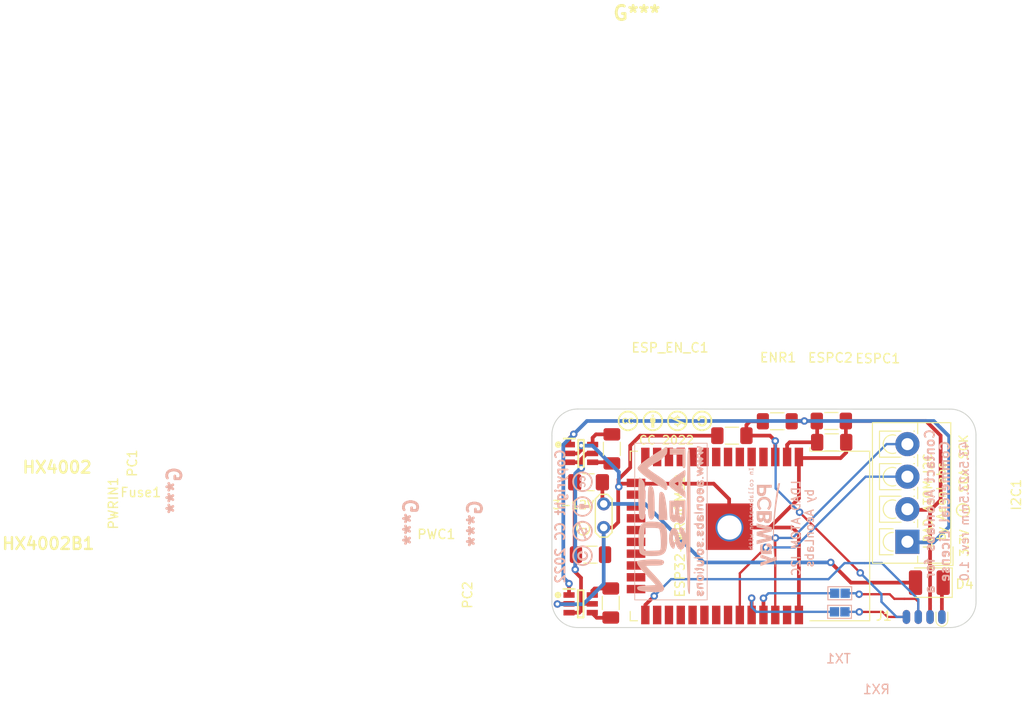
<source format=kicad_pcb>
(kicad_pcb (version 20211014) (generator pcbnew)
  (layers (0 "F.Cu" signal) (31 "B.Cu" signal) (34 "B.Paste" user) (35 "F.Paste" user) (36 "B.SilkS" user "B.Silkscreen") (37 "F.SilkS" user "F.Silkscreen") (38 "B.Mask" user) (39 "F.Mask" user) (44 "Edge.Cuts" user))
  (net 0 "")
  (net 1 "/3V3")
  (net 2 "/GND")
  (net 3 "Net-(D4-Pad1)")
  (net 8 "/RST_EN_RTS")
  (net 25 "/IO0_BOOT_DTR")
  (net 32 "/IO03RX")
  (net 33 "/IO01TX")
  (net 34 "/IO21_IMD")
  (net 36 "/5V0")
  (net 37 "/5V0F")
  (net 38 "Net-(HX4002-Pad4)")
  (net 39 "Net-(HX4002-Pad6)")
  (net 40 "Net-(HX4002B1-Pad4)")
  (net 41 "Net-(HX4002B1-Pad6)")
  (net 42 "/RX_IN")
  (net 43 "/TX_IN")
  (net 47 "/IO22_IMC")
  (footprint "Fuse:Fuse_1206_3216Metric_Pad1.42x1.75mm_HandSolder" (layer "F.Cu") (at 113.14 73.83)
    (fp_text reference "Fuse1" (at -48.1375 1.09) (layer "F.SilkS"))
    (fp_text value "Polyfuse")
    (pad "1" smd roundrect locked (at -1.4875 0) (size 1.425 1.75) (layers "F.Cu" "F.Paste" "F.Mask") (roundrect_rratio 0.175439) (net 36 "/5V0"))
    (pad "2" smd roundrect locked (at 1.4875 0) (size 1.425 1.75) (layers "F.Cu" "F.Paste" "F.Mask") (roundrect_rratio 0.175439) (net 37 "/5V0F"))
  )
  (footprint "Capacitor_SMD:C_1206_3216Metric_Pad1.33x1.80mm_HandSolder" (layer "F.Cu") (at 139.28 69.53)
    (fp_text reference "ESPC1" (at 4.96 -9.01) (layer "F.SilkS"))
    (fp_text value "0.1uF")
    (pad "1" smd roundrect locked (at -1.5625 0) (size 1.325 1.8) (layers "F.Cu" "F.Paste" "F.Mask") (roundrect_rratio 0.188679) (net 1 "/3V3"))
    (pad "2" smd roundrect locked (at 1.5625 0) (size 1.325 1.8) (layers "F.Cu" "F.Paste" "F.Mask") (roundrect_rratio 0.188679) (net 2 "/GND"))
  )
  (footprint "Capacitor_SMD:C_1206_3216Metric_Pad1.33x1.80mm_HandSolder" (layer "F.Cu") (at 115.6475 70.24 -90)
    (fp_text reference "PC1" (at 1.54 51.5575 90) (layer "F.SilkS"))
    (fp_text value "0.1pF")
    (pad "1" smd roundrect locked (at -1.5625 0 270) (size 1.325 1.8) (layers "F.Cu" "F.Paste" "F.Mask") (roundrect_rratio 0.188679) (net 39 "Net-(HX4002-Pad6)"))
    (pad "2" smd roundrect locked (at 1.5625 0 270) (size 1.325 1.8) (layers "F.Cu" "F.Paste" "F.Mask") (roundrect_rratio 0.188679) (net 38 "Net-(HX4002-Pad4)"))
  )
  (footprint "Diode_SMD:D_1210_3225Metric_Pad1.42x2.65mm_HandSolder" (layer "F.Cu") (at 149.7775 84.63 180)
    (fp_text reference "D4" (at -3.79 -0.16) (layer "F.SilkS"))
    (fp_text value "SCHOTSKY")
    (pad "1" smd roundrect locked (at -1.4875 0 180) (size 1.425 2.65) (layers "F.Cu" "F.Paste" "F.Mask") (roundrect_rratio 0.175439) (net 3 "Net-(D4-Pad1)"))
    (pad "2" smd roundrect locked (at 1.4875 0 180) (size 1.425 2.65) (layers "F.Cu" "F.Paste" "F.Mask") (roundrect_rratio 0.175439) (net 37 "/5V0F"))
  )
  (footprint "Capacitor_SMD:C_1206_3216Metric_Pad1.33x1.80mm_HandSolder" (layer "F.Cu") (at 115.53 86.82 -90)
    (fp_text reference "PC2" (at -0.86 15.4 90) (layer "F.SilkS"))
    (fp_text value "0.1pF")
    (pad "1" smd roundrect locked (at -1.5625 0 270) (size 1.325 1.8) (layers "F.Cu" "F.Paste" "F.Mask") (roundrect_rratio 0.188679) (net 41 "Net-(HX4002B1-Pad6)"))
    (pad "2" smd roundrect locked (at 1.5625 0 270) (size 1.325 1.8) (layers "F.Cu" "F.Paste" "F.Mask") (roundrect_rratio 0.188679) (net 40 "Net-(HX4002B1-Pad4)"))
  )
  (footprint "AeonLabs:HX4002 SOT95 P280X125-6N" (layer "F.Cu") (at 112.2525 86.93)
    (fp_text reference "HX4002B1" (at -57.2 -6.5) (layer "F.SilkS") (effects (font (size 1.27 1.27) (thickness 0.254))))
    (fp_text value "HX4002" hide)
    (pad "1" smd rect (at -1.21 -0.97 90) (size 0.6 1.2) (layers "F.Cu" "F.Paste" "F.Mask") (net 1 "/3V3"))
    (pad "2" smd rect (at -1.21 -0.02 90) (size 0.6 1.2) (layers "F.Cu" "F.Paste" "F.Mask") (net 2 "/GND"))
    (pad "3" smd rect (at -1.21 0.93 90) (size 0.6 1.2) (layers "F.Cu" "F.Paste" "F.Mask") (net 36 "/5V0"))
    (pad "4" smd rect (at 1.29 0.93 90) (size 0.6 1.2) (layers "F.Cu" "F.Paste" "F.Mask") (net 40 "Net-(HX4002B1-Pad4)"))
    (pad "5" smd rect (at 1.29 -0.02 90) (size 0.6 1.2) (layers "F.Cu" "F.Paste" "F.Mask") (net 36 "/5V0"))
    (pad "6" smd rect (at 1.29 -0.97 90) (size 0.6 1.2) (layers "F.Cu" "F.Paste" "F.Mask") (net 41 "Net-(HX4002B1-Pad6)"))
  )
  (footprint "Capacitor_SMD:C_1206_3216Metric_Pad1.33x1.80mm_HandSolder" (layer "F.Cu") (at 139.24 67.24)
    (fp_text reference "ESPC2" (at -0.1 -6.8) (layer "F.SilkS"))
    (fp_text value "22uF")
    (pad "1" smd roundrect locked (at -1.5625 0) (size 1.325 1.8) (layers "F.Cu" "F.Paste" "F.Mask") (roundrect_rratio 0.188679) (net 1 "/3V3"))
    (pad "2" smd roundrect locked (at 1.5625 0) (size 1.325 1.8) (layers "F.Cu" "F.Paste" "F.Mask") (roundrect_rratio 0.188679) (net 2 "/GND"))
  )
  (footprint "Capacitor_SMD:C_1206_3216Metric_Pad1.33x1.80mm_HandSolder" (layer "F.Cu") (at 113.35 81.62)
    (fp_text reference "PWC1" (at -16.57 -2.19) (layer "F.SilkS"))
    (fp_text value "0.1pF")
    (pad "1" smd roundrect locked (at -1.5625 0) (size 1.325 1.8) (layers "F.Cu" "F.Paste" "F.Mask") (roundrect_rratio 0.188679) (net 36 "/5V0"))
    (pad "2" smd roundrect locked (at 1.5625 0) (size 1.325 1.8) (layers "F.Cu" "F.Paste" "F.Mask") (roundrect_rratio 0.188679) (net 2 "/GND"))
  )
  (footprint "AeonLabs:aeon creative commons logos" (layer "F.Cu") (at 121.3498 67.178532)
    (fp_text reference "G***" (at -3.02 -43.81) (layer "F.SilkS") (effects (font (size 1.524 1.524) (thickness 0.3))))
    (fp_text value "LOGO" hide)
  )
  (footprint "AeonLabs:HX4002 SOT95 P280X125-6N" (layer "F.Cu") (at 112.29 70.75)
    (fp_text reference "HX4002" (at -56.28 1.47) (layer "F.SilkS") (effects (font (size 1.27 1.27) (thickness 0.254))))
    (fp_text value "HX4002" hide)
    (pad "1" smd rect (at -1.21 -0.97 90) (size 0.6 1.2) (layers "F.Cu" "F.Paste" "F.Mask") (net 1 "/3V3"))
    (pad "2" smd rect (at -1.21 -0.02 90) (size 0.6 1.2) (layers "F.Cu" "F.Paste" "F.Mask") (net 2 "/GND"))
    (pad "3" smd rect (at -1.21 0.93 90) (size 0.6 1.2) (layers "F.Cu" "F.Paste" "F.Mask") (net 36 "/5V0"))
    (pad "4" smd rect (at 1.29 0.93 90) (size 0.6 1.2) (layers "F.Cu" "F.Paste" "F.Mask") (net 38 "Net-(HX4002-Pad4)"))
    (pad "5" smd rect (at 1.29 -0.02 90) (size 0.6 1.2) (layers "F.Cu" "F.Paste" "F.Mask") (net 36 "/5V0"))
    (pad "6" smd rect (at 1.29 -0.97 90) (size 0.6 1.2) (layers "F.Cu" "F.Paste" "F.Mask") (net 39 "Net-(HX4002-Pad6)"))
  )
  (footprint "RF_Module:ESP32-WROOM-32" (layer "F.Cu") (at 127.5 79.61 -90)
    (fp_text reference "ESP32-WROOM32" (at -0.03 4.53 90) (layer "F.SilkS"))
    (fp_text value "ESP32-WROOM-32")
    (pad "1" smd rect locked (at -8.5 -8.255 270) (size 2 0.9) (layers "F.Cu" "F.Paste" "F.Mask") (net 2 "/GND"))
    (pad "2" smd rect locked (at -8.5 -6.985 270) (size 2 0.9) (layers "F.Cu" "F.Paste" "F.Mask") (net 1 "/3V3"))
    (pad "3" smd rect locked (at -8.5 -5.715 270) (size 2 0.9) (layers "F.Cu" "F.Paste" "F.Mask") (net 8 "/RST_EN_RTS"))
    (pad "4" smd rect locked (at -8.5 -4.445 270) (size 2 0.9) (layers "F.Cu" "F.Paste" "F.Mask"))
    (pad "5" smd rect locked (at -8.5 -3.175 270) (size 2 0.9) (layers "F.Cu" "F.Paste" "F.Mask"))
    (pad "6" smd rect locked (at -8.5 -1.905 270) (size 2 0.9) (layers "F.Cu" "F.Paste" "F.Mask"))
    (pad "7" smd rect locked (at -8.5 -0.635 270) (size 2 0.9) (layers "F.Cu" "F.Paste" "F.Mask"))
    (pad "8" smd rect locked (at -8.5 0.635 270) (size 2 0.9) (layers "F.Cu" "F.Paste" "F.Mask"))
    (pad "9" smd rect locked (at -8.5 1.905 270) (size 2 0.9) (layers "F.Cu" "F.Paste" "F.Mask"))
    (pad "10" smd rect locked (at -8.5 3.175 270) (size 2 0.9) (layers "F.Cu" "F.Paste" "F.Mask"))
    (pad "11" smd rect locked (at -8.5 4.445 270) (size 2 0.9) (layers "F.Cu" "F.Paste" "F.Mask"))
    (pad "12" smd rect locked (at -8.5 5.715 270) (size 2 0.9) (layers "F.Cu" "F.Paste" "F.Mask"))
    (pad "13" smd rect locked (at -8.5 6.985 270) (size 2 0.9) (layers "F.Cu" "F.Paste" "F.Mask"))
    (pad "14" smd rect locked (at -8.5 8.255 270) (size 2 0.9) (layers "F.Cu" "F.Paste" "F.Mask"))
    (pad "15" smd rect locked (at -5.715 9.255) (size 2 0.9) (layers "F.Cu" "F.Paste" "F.Mask") (net 2 "/GND"))
    (pad "16" smd rect locked (at -4.445 9.255) (size 2 0.9) (layers "F.Cu" "F.Paste" "F.Mask"))
    (pad "17" smd rect locked (at -3.175 9.255) (size 2 0.9) (layers "F.Cu" "F.Paste" "F.Mask"))
    (pad "18" smd rect locked (at -1.905 9.255) (size 2 0.9) (layers "F.Cu" "F.Paste" "F.Mask"))
    (pad "19" smd rect locked (at -0.635 9.255) (size 2 0.9) (layers "F.Cu" "F.Paste" "F.Mask"))
    (pad "20" smd rect locked (at 0.635 9.255) (size 2 0.9) (layers "F.Cu" "F.Paste" "F.Mask"))
    (pad "21" smd rect locked (at 1.905 9.255) (size 2 0.9) (layers "F.Cu" "F.Paste" "F.Mask"))
    (pad "22" smd rect locked (at 3.175 9.255) (size 2 0.9) (layers "F.Cu" "F.Paste" "F.Mask"))
    (pad "23" smd rect locked (at 4.445 9.255) (size 2 0.9) (layers "F.Cu" "F.Paste" "F.Mask"))
    (pad "24" smd rect locked (at 5.715 9.255) (size 2 0.9) (layers "F.Cu" "F.Paste" "F.Mask"))
    (pad "25" smd rect locked (at 8.5 8.255 270) (size 2 0.9) (layers "F.Cu" "F.Paste" "F.Mask") (net 25 "/IO0_BOOT_DTR"))
    (pad "26" smd rect locked (at 8.5 6.985 270) (size 2 0.9) (layers "F.Cu" "F.Paste" "F.Mask"))
    (pad "27" smd rect locked (at 8.5 5.715 270) (size 2 0.9) (layers "F.Cu" "F.Paste" "F.Mask"))
    (pad "28" smd rect locked (at 8.5 4.445 270) (size 2 0.9) (layers "F.Cu" "F.Paste" "F.Mask"))
    (pad "29" smd rect locked (at 8.5 3.175 270) (size 2 0.9) (layers "F.Cu" "F.Paste" "F.Mask"))
    (pad "30" smd rect locked (at 8.5 1.905 270) (size 2 0.9) (layers "F.Cu" "F.Paste" "F.Mask"))
    (pad "31" smd rect locked (at 8.5 0.635 270) (size 2 0.9) (layers "F.Cu" "F.Paste" "F.Mask"))
    (pad "32" smd rect locked (at 8.5 -0.635 270) (size 2 0.9) (layers "F.Cu" "F.Paste" "F.Mask"))
    (pad "33" smd rect locked (at 8.5 -1.905 270) (size 2 0.9) (layers "F.Cu" "F.Paste" "F.Mask") (net 34 "/IO21_IMD"))
    (pad "34" smd rect locked (at 8.5 -3.175 270) (size 2 0.9) (layers "F.Cu" "F.Paste" "F.Mask") (net 32 "/IO03RX"))
    (pad "35" smd rect locked (at 8.5 -4.445 270) (size 2 0.9) (layers "F.Cu" "F.Paste" "F.Mask") (net 33 "/IO01TX"))
    (pad "36" smd rect locked (at 8.5 -5.715 270) (size 2 0.9) (layers "F.Cu" "F.Paste" "F.Mask") (net 47 "/IO22_IMC"))
    (pad "37" smd rect locked (at 8.5 -6.985 270) (size 2 0.9) (layers "F.Cu" "F.Paste" "F.Mask"))
    (pad "38" smd rect locked (at 8.5 -8.255 270) (size 2 0.9) (layers "F.Cu" "F.Paste" "F.Mask") (net 2 "/GND"))
    (pad "39" smd rect locked (at -1 -0.755 270) (size 5 5) (layers "F.Cu" "F.Paste" "F.Mask") (net 2 "/GND"))
  )
  (footprint "TestPoint:TestPoint_2Pads_Pitch2.54mm_Drill0.8mm" (layer "F.Cu") (at 114.77 78.7 90)
    (fp_text reference "PWRIN1" (at 2.6 -52.7175 90) (layer "F.SilkS"))
    (fp_text value "PWRIN")
    (pad "1" thru_hole circle locked (at 0 0 90) (size 1.4 1.4) (drill 0.8) (layers *.Cu *.Mask) (net 2 "/GND"))
    (pad "2" thru_hole circle locked (at 2.54 0 90) (size 1.4 1.4) (drill 0.8) (layers *.Cu *.Mask) (net 37 "/5V0F"))
  )
  (footprint "TerminalBlock_4Ucon:TerminalBlock_4Ucon_1x04_P3.50mm_Vertical" (layer "F.Cu") (at 147.42 80.23 90)
    (fp_text reference "I2C1" (at 5.05 11.7 90) (layer "F.SilkS"))
    (fp_text value "I2C")
    (pad "1" thru_hole rect locked (at 0 0 90) (size 2.6 2.6) (drill 1.3) (layers *.Cu *.Mask) (net 1 "/3V3"))
    (pad "2" thru_hole circle locked (at 3.5 0 90) (size 2.6 2.6) (drill 1.3) (layers *.Cu *.Mask) (net 2 "/GND"))
    (pad "3" thru_hole circle locked (at 7 0 90) (size 2.6 2.6) (drill 1.3) (layers *.Cu *.Mask) (net 34 "/IO21_IMD"))
    (pad "4" thru_hole circle locked (at 10.5 0 90) (size 2.6 2.6) (drill 1.3) (layers *.Cu *.Mask) (net 47 "/IO22_IMC"))
  )
  (footprint "Connector:SOIC_clipProgSmall" (layer "F.Cu") (at 149.22 89.0695)
    (fp_text reference "J1" (at -4.33 -0.8595) (layer "F.SilkS"))
    (fp_text value "Conn_01x08_Male")
    (pad "" np_thru_hole circle (at 1.27 -1.905) (size 0.7 0.7) (drill 0.7) (layers *.Cu *.Mask))
    (pad "" np_thru_hole circle (at -2.54 -1.905) (size 0.7 0.7) (drill 0.7) (layers *.Cu *.Mask))
    (pad "" np_thru_hole circle (at 2.54 -1.905) (size 0.7 0.7) (drill 0.7) (layers *.Cu *.Mask))
    (pad "" np_thru_hole circle (at -1.27 -1.905) (size 0.7 0.7) (drill 0.7) (layers *.Cu *.Mask))
    (pad "" np_thru_hole circle (at 0 -1.905) (size 0.7 0.7) (drill 0.7) (layers *.Cu *.Mask))
    (pad "1" smd oval (at 1.905 -0.75) (size 0.8 1.5) (layers "F.Cu" "F.Mask") (net 3 "Net-(D4-Pad1)"))
    (pad "2" smd oval (at 0.635 -0.75) (size 0.8 1.5) (layers "F.Cu" "F.Mask") (net 2 "/GND"))
    (pad "3" smd oval (at -0.635 -0.75) (size 0.8 1.5) (layers "F.Cu" "F.Mask") (net 42 "/RX_IN"))
    (pad "4" smd oval (at -1.905 -0.75) (size 0.8 1.5) (layers "F.Cu" "F.Mask") (net 43 "/TX_IN"))
    (pad "5" smd oval (at -1.905 -0.75) (size 0.8 1.5) (layers "B.Cu" "B.Mask") (net 8 "/RST_EN_RTS"))
    (pad "6" smd oval (at -0.635 -0.75) (size 0.8 1.5) (layers "B.Cu" "B.Mask") (net 25 "/IO0_BOOT_DTR"))
    (pad "7" smd oval (at 0.635 -0.75) (size 0.8 1.5) (layers "B.Cu" "B.Mask"))
    (pad "8" smd oval (at 1.905 -0.75) (size 0.8 1.5) (layers "B.Cu" "B.Mask"))
  )
  (footprint "Capacitor_SMD:C_1206_3216Metric_Pad1.33x1.80mm_HandSolder" (layer "F.Cu") (at 128.55 68.82)
    (fp_text reference "ESP_EN_C1" (at -6.65 -9.46) (layer "F.SilkS"))
    (fp_text value "0.1uF")
    (pad "1" smd roundrect locked (at -1.5625 0) (size 1.325 1.8) (layers "F.Cu" "F.Paste" "F.Mask") (roundrect_rratio 0.188679) (net 2 "/GND"))
    (pad "2" smd roundrect locked (at 1.5625 0) (size 1.325 1.8) (layers "F.Cu" "F.Paste" "F.Mask") (roundrect_rratio 0.188679) (net 8 "/RST_EN_RTS"))
  )
  (footprint "Resistor_SMD:R_1206_3216Metric_Pad1.30x1.75mm_HandSolder" (layer "F.Cu") (at 133.43 67.27 180)
    (fp_text reference "ENR1" (at -0.09 6.85) (layer "F.SilkS"))
    (fp_text value "10k")
    (pad "1" smd roundrect locked (at -1.55 0 180) (size 1.3 1.75) (layers "F.Cu" "F.Paste" "F.Mask") (roundrect_rratio 0.192308) (net 1 "/3V3"))
    (pad "2" smd roundrect locked (at 1.55 0 180) (size 1.3 1.75) (layers "F.Cu" "F.Paste" "F.Mask") (roundrect_rratio 0.192308) (net 8 "/RST_EN_RTS"))
  )
  (footprint "TestPoint:TestPoint_Pad_Bridge_1.0x1.0mm" (layer "B.Cu") (at 140.725 85.77 180)
    (fp_text reference "RX1" (at -3.355 -10.34) (layer "B.SilkS") (effects (justify mirror)))
    (fp_text value "RX1")
    (pad "1" smd rect (at 0 0 180) (size 1 1) (layers "B.Cu" "B.Mask") (net 42 "/RX_IN"))
    (pad "2" smd rect (at 1.12 0 180) (size 1 1) (layers "B.Cu" "B.Mask") (net 33 "/IO01TX"))
  )
  (footprint "TestPoint:TestPoint_Pad_Bridge_1.0x1.0mm" (layer "B.Cu") (at 140.7 87.77 180)
    (fp_text reference "TX1" (at 0.7 -5.04) (layer "B.SilkS") (effects (justify mirror)))
    (fp_text value "TX1")
    (pad "1" smd rect (at 0 0 180) (size 1 1) (layers "B.Cu" "B.Mask") (net 43 "/TX_IN"))
    (pad "2" smd rect (at 1.12 0 180) (size 1 1) (layers "B.Cu" "B.Mask") (net 32 "/IO03RX"))
  )
  (footprint "AeonLabs:aeon logo www" (layer "B.Cu") (at 121.957666 78.06 -90)
    (fp_text reference "G***" (at 0.22 21.017666 90) (layer "B.SilkS") (effects (font (size 1.524 1.524) (thickness 0.3)) (justify mirror)))
    (fp_text value "LOGO" hide)
  )
  (footprint "AeonLabs:pcbWay Logo Collab" (layer "B.Cu") (at 132.04 77.63 -90)
    (fp_text reference "G***" (at 0.5 37.96 90) (layer "B.SilkS") (effects (font (size 1.524 1.524) (thickness 0.3)) (justify mirror)))
    (fp_text value "LOGO" hide)
  )
  (footprint "AeonLabs:aeon creative commons logos" (layer "B.Cu") (at 112.44 77.74 -90)
    (fp_text reference "G***" (at -3.02 43.81 90) (layer "B.SilkS") (effects (font (size 1.524 1.524) (thickness 0.3)) (justify mirror)))
    (fp_text value "LOGO" hide)
  )
  (gr_circle (center 112.56 78.81) (end 113.03 78.3) (layer "F.SilkS") (width 0.15) (fill none))
  (gr_circle (center 153.39 76.836459) (end 153.86 76.326459) (layer "F.SilkS") (width 0.15) (fill none))
  (gr_arc (start 154.797928 86.578203) (mid 154.02 88.609552) (end 152.017929 89.46) (layer "Edge.Cuts") (width 0.1))
  (gr_line (start 154.797928 86.578203) (end 154.79 68.74) (layer "Edge.Cuts") (width 0.1))
  (gr_line (start 109.199552 86.677929) (end 109.202072 68.831349) (layer "Edge.Cuts") (width 0.1))
  (gr_arc (start 112.081349 89.457928) (mid 110.05 88.68) (end 109.199552 86.677929) (layer "Edge.Cuts") (width 0.1))
  (gr_line (start 111.982071 65.949552) (end 151.908203 65.960001) (layer "Edge.Cuts") (width 0.1))
  (gr_line (start 112.081349 89.457928) (end 152.017929 89.46) (layer "Edge.Cuts") (width 0.1))
  (gr_arc (start 151.908203 65.960001) (mid 153.939552 66.737929) (end 154.79 68.74) (layer "Edge.Cuts") (width 0.1))
  (gr_arc (start 109.202072 68.831349) (mid 109.98 66.8) (end 111.982071 65.949552) (layer "Edge.Cuts") (width 0.1))
  (gr_text "LDAD ATOM I2C\nby AeonLabs" (at 136.17 78.77 90) (layer "B.SilkS") (effects (font (size 0.9 0.9)) (justify mirror)))
  (gr_text "Contact Aeonlabs for a\nCommercial License" (at 150.63 76.98 90) (layer "B.SilkS") (effects (font (size 1 1) (thickness 0.2)) (justify mirror)))
  (gr_text "43.5x23.5mm rev. 1.0 " (at 153.56 77.27 90) (layer "B.SilkS") (effects (font (size 0.9 0.9)) (justify mirror)))
  (gr_text "Copyright CC 2022" (at 110.09 77.51 90) (layer "B.SilkS") (effects (font (size 1 1) (thickness 0.2)) (justify mirror)))
  (gr_text "LDAD ATOM I2C\nby AeonLabs" (at 150.35 75.87 90) (layer "F.SilkS") (effects (font (size 0.9 0.9))))
  (gr_text "CC 2022" (at 121.51 69.3) (layer "F.SilkS") (effects (font (size 0.9 0.9))))
  (gr_text "3-12V" (at 111.51 76.27) (layer "F.SilkS") (effects (font (size 0.9 0.9))))
  (gr_text "3.3V" (at 153.54 80.37 90) (layer "F.SilkS") (effects (font (size 0.9 0.9))))
  (gr_text "SDA\n" (at 153.47 73.69 90) (layer "F.SilkS") (effects (font (size 0.9 0.9))))
  (gr_text "-" (at 153.37 76.77) (layer "F.SilkS") (effects (font (size 0.9 0.9))))
  (gr_text "-" (at 112.54 78.743541) (layer "F.SilkS") (effects (font (size 0.9 0.9))))
  (gr_text "SCK\n" (at 153.46 70.03 90) (layer "F.SilkS") (effects (font (size 0.9 0.9))))
  (segment (start 136.45 67.24) (end 135.84 67.24) (width 0.4) (layer "F.Cu") (net 1))
  (segment (start 111.0425 85.96) (end 111.0425 84.8525) (width 0.4) (layer "F.Cu") (net 1))
  (segment (start 136.45 67.24) (end 135.01 67.24) (width 0.4) (layer "F.Cu") (net 1))
  (segment (start 134.76 69.53) (end 134.485 69.805) (width 0.4) (layer "F.Cu") (net 1))
  (segment (start 137.7175 69.53) (end 134.76 69.53) (width 0.4) (layer "F.Cu") (net 1))
  (segment (start 137.7175 67.28) (end 137.6775 67.24) (width 0.4) (layer "F.Cu") (net 1))
  (segment (start 134.485 69.805) (end 134.485 71.2) (width 0.4) (layer "F.Cu") (net 1))
  (segment (start 135.01 67.24) (end 134.98 67.27) (width 0.4) (layer "F.Cu") (net 1))
  (segment (start 111.08 69.78) (end 111.08 69.11) (width 0.4) (layer "F.Cu") (net 1))
  (segment (start 111.08 69.11) (end 111.48 68.71) (width 0.4) (layer "F.Cu") (net 1))
  (segment (start 137.7175 69.53) (end 137.7175 67.28) (width 0.4) (layer "F.Cu") (net 1))
  (segment (start 137.6775 67.24) (end 136.45 67.24) (width 0.4) (layer "F.Cu") (net 1))
  (via (at 111.04 84.74) (size 0.8) (drill 0.4) (layers "F.Cu" "B.Cu") (net 1))
  (via (at 111.545 68.665) (size 0.8) (drill 0.4) (layers "F.Cu" "B.Cu") (net 1))
  (via (at 136.34 67.24) (size 0.8) (drill 0.4) (layers "F.Cu" "B.Cu") (net 1))
  (segment (start 151.91 68.9) (end 151.91 78.61) (width 0.4) (layer "B.Cu") (net 1))
  (segment (start 150.25 67.24) (end 151.91 68.9) (width 0.4) (layer "B.Cu") (net 1))
  (segment (start 150.22 80.3) (end 147.48 80.3) (width 0.4) (layer "B.Cu") (net 1))
  (segment (start 111.545 68.665) (end 112.97 67.24) (width 0.4) (layer "B.Cu") (net 1))
  (segment (start 110.43 84.08) (end 110.43 69.78) (width 0.4) (layer "B.Cu") (net 1))
  (segment (start 112.97 67.24) (end 136.34 67.24) (width 0.4) (layer "B.Cu") (net 1))
  (segment (start 136.34 67.24) (end 150.25 67.24) (width 0.4) (layer "B.Cu") (net 1))
  (segment (start 111.04 84.74) (end 111.04 84.69) (width 0.4) (layer "B.Cu") (net 1))
  (segment (start 151.91 78.61) (end 150.22 80.3) (width 0.4) (layer "B.Cu") (net 1))
  (segment (start 111.04 84.69) (end 110.43 84.08) (width 0.4) (layer "B.Cu") (net 1))
  (segment (start 110.43 69.78) (end 111.545 68.665) (width 0.4) (layer "B.Cu") (net 1))
  (segment (start 132.33 78.7) (end 132.61 78.7) (width 0.4) (layer "F.Cu") (net 2))
  (segment (start 135.755 82.415) (end 135.755 81.845) (width 0.4) (layer "F.Cu") (net 2))
  (segment (start 135.755 82.415) (end 135.755 79.415) (width 0.4) (layer "F.Cu") (net 2))
  (segment (start 128.255 78.7) (end 128.255 75.645) (width 0.4) (layer "F.Cu") (net 2))
  (segment (start 126.595 73.985) (end 118.245 73.985) (width 0.4) (layer "F.Cu") (net 2))
  (segment (start 117.62 69.89) (end 118.69 68.82) (width 0.4) (layer "F.Cu") (net 2))
  (segment (start 140.8425 70.6225) (end 140.2375 71.2275) (width 0.4) (layer "F.Cu") (net 2))
  (segment (start 114.77 81.4775) (end 114.9125 81.62) (width 0.4) (layer "F.Cu") (net 2))
  (segment (start 112.37 70.36) (end 112 70.73) (width 0.4) (layer "F.Cu") (net 2))
  (segment (start 116.725 73.985) (end 118.245 73.985) (width 0.4) (layer "F.Cu") (net 2))
  (segment (start 135.04 78.7) (end 132.33 78.7) (width 0.4) (layer "F.Cu") (net 2))
  (segment (start 116.36 74.28) (end 116.36 73.52) (width 0.4) (layer "F.Cu") (net 2))
  (segment (start 112 70.73) (end 111.08 70.73) (width 0.4) (layer "F.Cu") (net 2))
  (segment (start 140.8425 69.53) (end 140.8425 70.6225) (width 0.4) (layer "F.Cu") (net 2))
  (segment (start 132.61 78.7) (end 135.755 75.555) (width 0.4) (layer "F.Cu") (net 2))
  (segment (start 140.2375 71.2275) (end 135.7825 71.2275) (width 0.4) (layer "F.Cu") (net 2))
  (segment (start 128.29 78.7) (end 132.33 78.7) (width 0.4) (layer "F.Cu") (net 2))
  (segment (start 112.37 69.89) (end 112.37 70.36) (width 0.4) (layer "F.Cu") (net 2))
  (segment (start 149.93 76.8) (end 150.99 75.74) (width 0.4) (layer "F.Cu") (net 2))
  (segment (start 135.755 79.415) (end 135.04 78.7) (width 0.4) (layer "F.Cu") (net 2))
  (segment (start 149.42 67.24) (end 140.8025 67.24) (width 0.4) (layer "F.Cu") (net 2))
  (segment (start 149.855 88.3195) (end 149.855 76.875) (width 0.4) (layer "F.Cu") (net 2))
  (segment (start 116.33 78.13) (end 116.33 74.38) (width 0.4) (layer "F.Cu") (net 2))
  (segment (start 135.7825 71.2275) (end 135.755 71.2) (width 0.4) (layer "F.Cu") (net 2))
  (segment (start 109.89 86.91) (end 109.86 86.94) (width 0.4) (layer "F.Cu") (net 2))
  (segment (start 128.255 75.645) (end 126.595 73.985) (width 0.4) (layer "F.Cu") (net 2))
  (segment (start 116.33 74.38) (end 116.395 74.315) (width 0.4) (layer "F.Cu") (net 2))
  (segment (start 115.76 78.7) (end 116.33 78.13) (width 0.4) (layer "F.Cu") (net 2))
  (segment (start 140.8025 67.24) (end 140.8025 69.49) (width 0.4) (layer "F.Cu") (net 2))
  (segment (start 114.77 78.7) (end 114.77 81.4775) (width 0.4) (layer "F.Cu") (net 2))
  (segment (start 128.255 78.7) (end 128.29 78.7) (width 0.4) (layer "F.Cu") (net 2))
  (segment (start 149.855 76.875) (end 149.93 76.8) (width 0.4) (layer "F.Cu") (net 2))
  (segment (start 116.395 74.315) (end 116.36 74.28) (width 0.4) (layer "F.Cu") (net 2))
  (segment (start 150.99 68.81) (end 149.42 67.24) (width 0.4) (layer "F.Cu") (net 2))
  (segment (start 111.0425 86.91) (end 109.89 86.91) (width 0.4) (layer "F.Cu") (net 2))
  (segment (start 114.77 78.7) (end 115.76 78.7) (width 0.4) (layer "F.Cu") (net 2))
  (segment (start 116.36 73.52) (end 117.62 72.26) (width 0.4) (layer "F.Cu") (net 2))
  (segment (start 118.69 68.82) (end 126.9875 68.82) (width 0.4) (layer "F.Cu") (net 2))
  (segment (start 116.395 74.315) (end 116.725 73.985) (width 0.4) (layer "F.Cu") (net 2))
  (segment (start 135.755 75.555) (end 135.755 71.2) (width 0.4) (layer "F.Cu") (net 2))
  (segment (start 135.755 88.2) (end 135.755 82.415) (width 0.4) (layer "F.Cu") (net 2))
  (segment (start 150.99 75.74) (end 150.99 68.81) (width 0.4) (layer "F.Cu") (net 2))
  (segment (start 140.8025 69.49) (end 140.8425 69.53) (width 0.4) (layer "F.Cu") (net 2))
  (segment (start 117.62 72.26) (end 117.62 69.89) (width 0.4) (layer "F.Cu") (net 2))
  (segment (start 147.48 76.8) (end 149.93 76.8) (width 0.4) (layer "F.Cu") (net 2))
  (via (at 116.395 74.315) (size 0.8) (drill 0.4) (layers "F.Cu" "B.Cu") (net 2))
  (via (at 112.35 69.89) (size 0.8) (drill 0.4) (layers "F.Cu" "B.Cu") (net 2))
  (via (at 109.79 86.93) (size 0.8) (drill 0.4) (layers "F.Cu" "B.Cu") (net 2))
  (via (at 128.29 78.7) (size 3) (drill 2.6) (layers "F.Cu" "B.Cu") (net 2))
  (segment (start 112.37 69.89) (end 113.56 69.89) (width 0.4) (layer "B.Cu") (net 2))
  (segment (start 114.77 78.7) (end 114.77 84.76) (width 0.4) (layer "B.Cu") (net 2))
  (segment (start 112.58 86.95) (end 109.98 86.95) (width 0.4) (layer "B.Cu") (net 2))
  (segment (start 113.56 69.89) (end 116.395 72.725) (width 0.4) (layer "B.Cu") (net 2))
  (segment (start 116.395 72.725) (end 116.395 74.315) (width 0.4) (layer "B.Cu") (net 2))
  (segment (start 114.77 84.76) (end 112.58 86.95) (width 0.4) (layer "B.Cu") (net 2))
  (segment (start 151.125 85.0325) (end 151.2575 84.9) (width 0.4) (layer "F.Cu") (net 3))
  (segment (start 151.125 88.3195) (end 151.125 85.0325) (width 0.4) (layer "F.Cu") (net 3))
  (segment (start 130.51 67.27) (end 130.1125 67.6675) (width 0.4) (layer "F.Cu") (net 8))
  (segment (start 130.1125 67.6675) (end 130.1125 68.82) (width 0.4) (layer "F.Cu") (net 8))
  (segment (start 132.64 68.81) (end 130.1225 68.81) (width 0.4) (layer "F.Cu") (net 8))
  (segment (start 131.88 67.27) (end 130.51 67.27) (width 0.4) (layer "F.Cu") (net 8))
  (segment (start 142.46 83.49) (end 142.26 83.49) (width 0.25) (layer "F.Cu") (net 8))
  (segment (start 130.1225 68.81) (end 130.1125 68.82) (width 0.4) (layer "F.Cu") (net 8))
  (segment (start 133.215 71.2) (end 133.215 69.385) (width 0.4) (layer "F.Cu") (net 8))
  (segment (start 133.215 69.385) (end 132.64 68.81) (width 0.4) (layer "F.Cu") (net 8))
  (segment (start 142.26 83.49) (end 135.825 77.055) (width 0.25) (layer "F.Cu") (net 8))
  (via (at 133.215 69.385) (size 0.8) (drill 0.4) (layers "F.Cu" "B.Cu") (net 8))
  (via (at 135.825 77.055) (size 0.8) (drill 0.4) (layers "F.Cu" "B.Cu") (net 8))
  (via (at 142.35 83.58) (size 0.8) (drill 0.4) (layers "F.Cu" "B.Cu") (net 8))
  (segment (start 144.63 85.86) (end 144.63 86.49) (width 0.25) (layer "B.Cu") (net 8))
  (segment (start 144.63 86.69) (end 146.2595 88.3195) (width 0.25) (layer "B.Cu") (net 8))
  (segment (start 133.255 74.485) (end 133.255 69.425) (width 0.25) (layer "B.Cu") (net 8))
  (segment (start 146.2595 88.3195) (end 147.315 88.3195) (width 0.25) (layer "B.Cu") (net 8))
  (segment (start 133.255 69.425) (end 133.215 69.385) (width 0.25) (layer "B.Cu") (net 8))
  (segment (start 142.35 83.58) (end 144.63 85.86) (width 0.25) (layer "B.Cu") (net 8))
  (segment (start 144.63 86.49) (end 144.63 86.69) (width 0.25) (layer "B.Cu") (net 8))
  (segment (start 135.825 77.055) (end 133.255 74.485) (width 0.25) (layer "B.Cu") (net 8))
  (segment (start 119.245 88.2) (end 119.245 87.025) (width 0.4) (layer "F.Cu") (net 25))
  (segment (start 119.245 87.025) (end 120.2 86.07) (width 0.4) (layer "F.Cu") (net 25))
  (via (at 120.2 86.07) (size 0.8) (drill 0.4) (layers "F.Cu" "B.Cu") (net 25))
  (segment (start 120.2 86.07) (end 122.015 84.255) (width 0.25) (layer "B.Cu") (net 25))
  (segment (start 148.585 86.435) (end 144.68 82.53) (width 0.25) (layer "B.Cu") (net 25))
  (segment (start 144.68 82.53) (end 142.84 82.53) (width 0.25) (layer "B.Cu") (net 25))
  (segment (start 142.81 82.53) (end 140.66 82.53) (width 0.25) (layer "B.Cu") (net 25))
  (segment (start 138.935 84.255) (end 140.66 82.53) (width 0.25) (layer "B.Cu") (net 25))
  (segment (start 122.015 84.255) (end 138.935 84.255) (width 0.25) (layer "B.Cu") (net 25))
  (segment (start 148.585 88.3195) (end 148.585 86.435) (width 0.25) (layer "B.Cu") (net 25))
  (segment (start 130.675 88.2) (end 130.675 86.295) (width 0.4) (layer "F.Cu") (net 32))
  (segment (start 130.675 86.295) (end 130.675 86.285) (width 0.4) (layer "F.Cu") (net 32))
  (via (at 130.675 86.295) (size 0.8) (drill 0.4) (layers "F.Cu" "B.Cu") (net 32))
  (segment (start 139.58 87.77) (end 131.17 87.77) (width 0.25) (layer "B.Cu") (net 32))
  (segment (start 130.675 87.275) (end 130.675 86.295) (width 0.25) (layer "B.Cu") (net 32))
  (segment (start 131.17 87.77) (end 130.675 87.275) (width 0.25) (layer "B.Cu") (net 32))
  (segment (start 131.945 88.2) (end 131.945 86.305) (width 0.4) (layer "F.Cu") (net 33))
  (via (at 131.945 86.305) (size 0.8) (drill 0.4) (layers "F.Cu" "B.Cu") (net 33))
  (segment (start 139.605 85.77) (end 132.48 85.77) (width 0.25) (layer "B.Cu") (net 33))
  (segment (start 132.48 85.77) (end 131.945 86.305) (width 0.25) (layer "B.Cu") (net 33))
  (segment (start 129.405 88.11) (end 129.405 83.625) (width 0.25) (layer "F.Cu") (net 34))
  (segment (start 129.405 83.625) (end 132.19 80.84) (width 0.25) (layer "F.Cu") (net 34))
  (via (at 132.19 80.84) (size 0.8) (drill 0.4) (layers "F.Cu" "B.Cu") (net 34))
  (segment (start 132.23 80.84) (end 135.32 80.84) (width 0.25) (layer "B.Cu") (net 34))
  (segment (start 142.93 73.23) (end 147.42 73.23) (width 0.25) (layer "B.Cu") (net 34))
  (segment (start 135.32 80.84) (end 142.93 73.23) (width 0.25) (layer "B.Cu") (net 34))
  (segment (start 111.71 83.49) (end 111.71 83.21) (width 0.4) (layer "F.Cu") (net 36))
  (segment (start 111.71 81.6975) (end 111.7875 81.62) (width 0.4) (layer "F.Cu") (net 36))
  (segment (start 112.14 71.68) (end 112.36 71.9) (width 0.4) (layer "F.Cu") (net 36))
  (segment (start 111.71 83.21) (end 111.71 81.6975) (width 0.4) (layer "F.Cu") (net 36))
  (segment (start 111.08 71.68) (end 112.14 71.68) (width 0.4) (layer "F.Cu") (net 36))
  (segment (start 112.97 70.73) (end 113.58 70.73) (width 0.4) (layer "F.Cu") (net 36))
  (segment (start 112.33 87.11) (end 112.33 87.67) (width 0.4) (layer "F.Cu") (net 36))
  (segment (start 112.36 71.9) (end 112.36 72.32) (width 0.4) (layer "F.Cu") (net 36))
  (segment (start 112.53 86.91) (end 112.33 87.11) (width 0.4) (layer "F.Cu") (net 36))
  (segment (start 112.33 84.11) (end 111.71 83.49) (width 0.4) (layer "F.Cu") (net 36))
  (segment (start 112.33 87.67) (end 112.14 87.86) (width 0.4) (layer "F.Cu") (net 36))
  (segment (start 111.6525 73.83) (end 111.6525 81.485) (width 0.4) (layer "F.Cu") (net 36))
  (segment (start 112.14 87.86) (end 111.0425 87.86) (width 0.4) (layer "F.Cu") (net 36))
  (segment (start 112.36 71.9) (end 112.36 71.34) (width 0.4) (layer "F.Cu") (net 36))
  (segment (start 112.36 71.34) (end 112.97 70.73) (width 0.4) (layer "F.Cu") (net 36))
  (segment (start 111.6525 81.485) (end 111.7875 81.62) (width 0.4) (layer "F.Cu") (net 36))
  (segment (start 113.5425 86.91) (end 112.53 86.91) (width 0.4) (layer "F.Cu") (net 36))
  (segment (start 112.33 87.11) (end 112.33 84.11) (width 0.4) (layer "F.Cu") (net 36))
  (via (at 112.36 72.32) (size 0.8) (drill 0.4) (layers "F.Cu" "B.Cu") (net 36))
  (via (at 111.71 83.21) (size 0.8) (drill 0.4) (layers "F.Cu" "B.Cu") (net 36))
  (segment (start 111.71 72.89) (end 112.34 72.26) (width 0.4) (layer "B.Cu") (net 36))
  (segment (start 111.71 83.21) (end 111.71 72.89) (width 0.4) (layer "B.Cu") (net 36))
  (segment (start 148.29 84.63) (end 141.35 84.63) (width 0.4) (layer "F.Cu") (net 37))
  (segment (start 141.35 84.63) (end 139.175 82.455) (width 0.4) (layer "F.Cu") (net 37))
  (segment (start 114.6275 73.83) (end 114.6275 76.0175) (width 0.4) (layer "F.Cu") (net 37))
  (segment (start 114.6275 76.0175) (end 114.77 76.16) (width 0.4) (layer "F.Cu") (net 37))
  (via (at 139.175 82.455) (size 0.8) (drill 0.4) (layers "F.Cu" "B.Cu") (net 37))
  (segment (start 119.22 76.16) (end 114.77 76.16) (width 0.4) (layer "B.Cu") (net 37))
  (segment (start 125.515 82.455) (end 119.22 76.16) (width 0.4) (layer "B.Cu") (net 37))
  (segment (start 139.175 82.455) (end 125.515 82.455) (width 0.4) (layer "B.Cu") (net 37))
  (segment (start 115.525 71.68) (end 115.6475 71.8025) (width 0.4) (layer "F.Cu") (net 38))
  (segment (start 113.58 71.68) (end 115.525 71.68) (width 0.4) (layer "F.Cu") (net 38))
  (segment (start 113.58 69.04) (end 113.9425 68.6775) (width 0.4) (layer "F.Cu") (net 39))
  (segment (start 113.9425 68.6775) (end 115.6475 68.6775) (width 0.4) (layer "F.Cu") (net 39))
  (segment (start 113.58 69.78) (end 113.58 69.04) (width 0.4) (layer "F.Cu") (net 39))
  (segment (start 114.03 88.41) (end 115.5025 88.41) (width 0.4) (layer "F.Cu") (net 40))
  (segment (start 113.5425 87.9225) (end 114.03 88.41) (width 0.4) (layer "F.Cu") (net 40))
  (segment (start 115.5025 88.41) (end 115.53 88.3825) (width 0.4) (layer "F.Cu") (net 40))
  (segment (start 113.5425 87.86) (end 113.5425 87.9225) (width 0.4) (layer "F.Cu") (net 40))
  (segment (start 113.79125 85.26) (end 115.52875 85.26) (width 0.4) (layer "F.Cu") (net 41))
  (segment (start 113.5425 85.5075) (end 113.7925 85.2575) (width 0.4) (layer "F.Cu") (net 41))
  (segment (start 113.5425 85.96) (end 113.5425 85.5075) (width 0.4) (layer "F.Cu") (net 41))
  (segment (start 148.585 88.3195) (end 148.585 86.675) (width 0.25) (layer "F.Cu") (net 42))
  (segment (start 146.01 86.37) (end 145.515 85.875) (width 0.25) (layer "F.Cu") (net 42))
  (segment (start 148.585 86.675) (end 148.28 86.37) (width 0.25) (layer "F.Cu") (net 42))
  (segment (start 148.28 86.37) (end 147.09 86.37) (width 0.25) (layer "F.Cu") (net 42))
  (segment (start 147.09 86.37) (end 146.01 86.37) (width 0.25) (layer "F.Cu") (net 42))
  (segment (start 145.515 85.875) (end 142.225 85.875) (width 0.25) (layer "F.Cu") (net 42))
  (via (at 142.225 85.875) (size 0.8) (drill 0.4) (layers "F.Cu" "B.Cu") (net 42))
  (segment (start 140.725 85.77) (end 142.12 85.77) (width 0.25) (layer "B.Cu") (net 42))
  (segment (start 142.12 85.77) (end 142.225 85.875) (width 0.25) (layer "B.Cu") (net 42))
  (segment (start 147.315 88.3195) (end 145.2895 88.3195) (width 0.25) (layer "F.Cu") (net 43))
  (segment (start 144.75 87.78) (end 142.25 87.78) (width 0.25) (layer "F.Cu") (net 43))
  (segment (start 145.2895 88.3195) (end 144.75 87.78) (width 0.25) (layer "F.Cu") (net 43))
  (via (at 142.25 87.78) (size 0.8) (drill 0.4) (layers "F.Cu" "B.Cu") (net 43))
  (segment (start 140.7 87.77) (end 142.24 87.77) (width 0.25) (layer "B.Cu") (net 43))
  (segment (start 142.24 87.77) (end 142.25 87.78) (width 0.25) (layer "B.Cu") (net 43))
  (segment (start 133.21 88.105) (end 133.21 79.84) (width 0.25) (layer "F.Cu") (net 47))
  (segment (start 133.215 88.11) (end 133.21 88.105) (width 0.25) (layer "F.Cu") (net 47))
  (segment (start 133.21 79.84) (end 133.23 79.82) (width 0.25) (layer "F.Cu") (net 47))
  (via (at 133.23 79.82) (size 0.8) (drill 0.4) (layers "F.Cu" "B.Cu") (net 47))
  (segment (start 133.23 79.82) (end 135.08 79.82) (width 0.25) (layer "B.Cu") (net 47))
  (segment (start 135.08 79.82) (end 145.17 69.73) (width 0.25) (layer "B.Cu") (net 47))
  (segment (start 145.17 69.73) (end 147.42 69.73) (width 0.25) (layer "B.Cu") (net 47))
)
</source>
